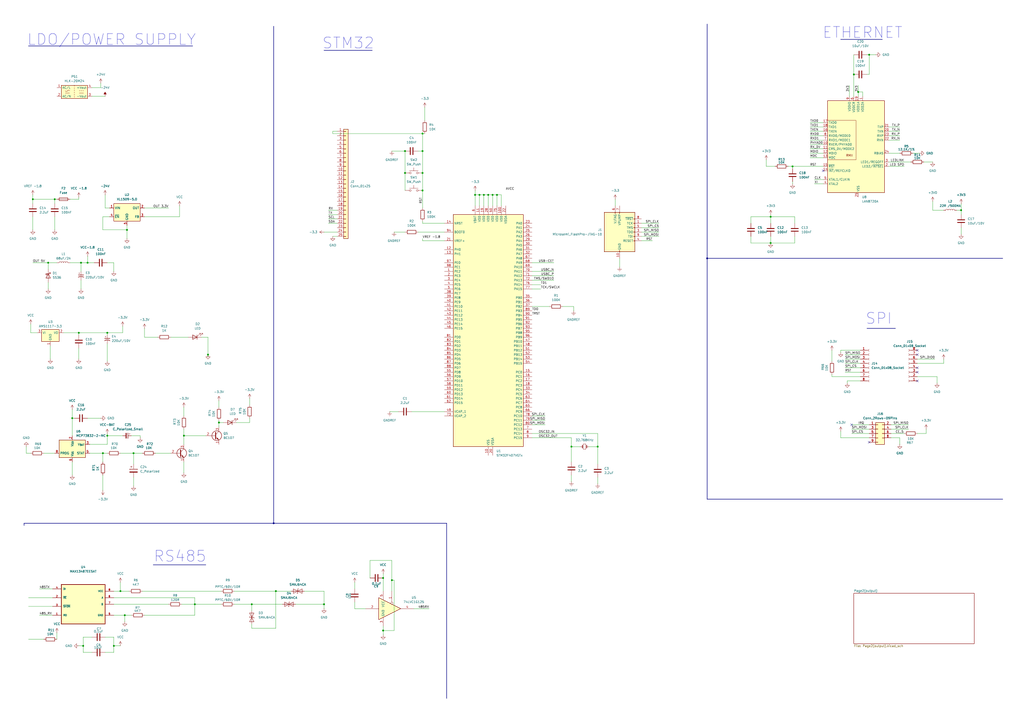
<source format=kicad_sch>
(kicad_sch (version 20250114) (generator "eeschema") (generator_version "9.0")
  (paper "A2")
  (text "SPI" (at 509.778 184.912 0) (effects (font (size 6.35 6.35))))
  (text "RS485" (at 104.394 322.834 0) (effects (font (size 6.35 6.35))))
  (text "STM32 \n" (at 204.47 25.146 0) (effects (font (size 6.35 6.35))))
  (text "ETHERNET\n" (at 500.38 19.05 0) (effects (font (size 6.35 6.35))))
  (text "LDO/POWER SUPPLY\n" (at 64.77 23.114 0) (effects (font (size 6.35 6.35))))
  (junction (at 447.04 140.97))
  (junction (at 245.11 87.63))
  (junction (at 127 245.11))
  (junction (at 160.02 342.9))
  (junction (at 275.59 113.03))
  (junction (at 187.96 350.52))
  (junction (at 285.75 113.03))
  (junction (at 158.75 303.53))
  (junction (at 46.99 152.4))
  (junction (at 557.53 121.92))
  (junction (at 45.72 193.04))
  (junction (at 504.19 31.75))
  (junction (at 77.47 262.89))
  (junction (at 495.3 43.18))
  (junction (at 59.69 262.89))
  (junction (at 245.11 110.49))
  (junction (at 41.91 242.57))
  (junction (at 283.21 113.03))
  (junction (at 222.25 365.76))
  (junction (at 146.05 350.52))
  (junction (at 331.47 259.08))
  (junction (at 66.04 374.65))
  (junction (at 113.03 350.52))
  (junction (at 31.75 115.57))
  (junction (at 410.21 149.86))
  (junction (at 346.71 259.08))
  (junction (at 459.74 96.52))
  (junction (at 120.65 205.74))
  (junction (at 72.39 356.87))
  (junction (at 234.95 87.63))
  (junction (at 62.23 252.73))
  (junction (at 50.8 152.4))
  (junction (at 222.25 335.28))
  (junction (at 19.05 115.57))
  (junction (at 69.85 342.9))
  (junction (at 234.95 100.33))
  (junction (at 227.33 336.55))
  (junction (at 280.67 113.03))
  (junction (at 288.29 113.03))
  (junction (at 447.04 125.73))
  (junction (at 106.68 252.73))
  (junction (at 245.11 77.47))
  (junction (at 73.66 133.35))
  (junction (at 27.94 152.4))
  (junction (at 62.23 193.04))
  (junction (at 278.13 113.03))
  (junction (at 497.84 53.34))
  (junction (at 48.26 374.65))
  (junction (at 245.11 100.33))
  (no_connect (at 494.03 246.38))
  (no_connect (at 532.13 220.98))
  (no_connect (at 504.19 256.54))
  (no_connect (at 532.13 205.74))
  (no_connect (at 477.52 99.06))
  (no_connect (at 532.13 203.2))
  (no_connect (at 532.13 213.36))
  (no_connect (at 532.13 215.9))
  (wire (pts (xy 537.21 248.92) (xy 537.21 251.46)))
  (wire (pts (xy 212.09 353.06) (xy 205.74 353.06)))
  (wire (pts (xy 83.82 125.73) (xy 104.14 125.73)))
  (wire (pts (xy 82.55 342.9) (xy 128.27 342.9)))
  (wire (pts (xy 104.14 119.38) (xy 104.14 125.73)))
  (wire (pts (xy 459.74 96.52) (xy 477.52 96.52)))
  (wire (pts (xy 469.9 76.2) (xy 477.52 76.2)))
  (wire (pts (xy 435.61 137.16) (xy 435.61 140.97)))
  (bus (pts (xy 410.21 289.56) (xy 581.66 289.56)))
  (wire (pts (xy 308.61 254) (xy 331.47 254)))
  (wire (pts (xy 176.53 342.9) (xy 187.96 342.9)))
  (wire (pts (xy 459.74 96.52) (xy 459.74 97.79)))
  (wire (pts (xy 190.5 129.54) (xy 195.58 129.54)))
  (wire (pts (xy 71.12 189.23) (xy 71.12 193.04)))
  (wire (pts (xy 447.04 125.73) (xy 461.01 125.73)))
  (wire (pts (xy 487.68 250.19) (xy 487.68 254)))
  (wire (pts (xy 515.62 76.2) (xy 521.97 76.2)))
  (wire (pts (xy 127 245.11) (xy 129.54 245.11)))
  (wire (pts (xy 459.74 105.41) (xy 459.74 106.68)))
  (wire (pts (xy 41.91 237.49) (xy 41.91 242.57)))
  (wire (pts (xy 31.75 125.73) (xy 31.75 133.35)))
  (wire (pts (xy 113.03 350.52) (xy 113.03 346.71)))
  (wire (pts (xy 490.22 210.82) (xy 499.11 210.82)))
  (wire (pts (xy 497.84 53.34) (xy 497.84 55.88)))
  (wire (pts (xy 62.23 193.04) (xy 71.12 193.04)))
  (wire (pts (xy 62.23 252.73) (xy 71.12 252.73)))
  (wire (pts (xy 472.44 106.68) (xy 477.52 106.68)))
  (wire (pts (xy 62.23 152.4) (xy 66.04 152.4)))
  (wire (pts (xy 195.58 76.2) (xy 193.04 76.2)))
  (wire (pts (xy 469.9 91.44) (xy 477.52 91.44)))
  (wire (pts (xy 17.78 262.89) (xy 15.24 262.89)))
  (wire (pts (xy 372.11 129.54) (xy 382.27 129.54)))
  (wire (pts (xy 60.96 378.46) (xy 66.04 378.46)))
  (wire (pts (xy 285.75 113.03) (xy 288.29 113.03)))
  (wire (pts (xy 240.03 353.06) (xy 248.92 353.06)))
  (wire (pts (xy 231.14 238.76) (xy 226.06 238.76)))
  (wire (pts (xy 308.61 243.84) (xy 316.23 243.84)))
  (wire (pts (xy 63.5 125.73) (xy 59.69 125.73)))
  (wire (pts (xy 290.83 113.03) (xy 290.83 119.38)))
  (wire (pts (xy 490.22 208.28) (xy 499.11 208.28)))
  (wire (pts (xy 245.11 138.43) (xy 245.11 139.7)))
  (wire (pts (xy 53.34 55.88) (xy 60.96 55.88)))
  (wire (pts (xy 547.37 208.28) (xy 547.37 210.82)))
  (wire (pts (xy 515.62 96.52) (xy 524.51 96.52)))
  (wire (pts (xy 444.5 92.71) (xy 444.5 96.52)))
  (wire (pts (xy 257.81 139.7) (xy 245.11 139.7)))
  (wire (pts (xy 502.92 31.75) (xy 504.19 31.75)))
  (wire (pts (xy 33.02 367.03) (xy 33.02 370.84)))
  (wire (pts (xy 58.42 50.8) (xy 58.42 48.26)))
  (wire (pts (xy 547.37 121.92) (xy 541.02 121.92)))
  (wire (pts (xy 187.96 350.52) (xy 187.96 353.06)))
  (wire (pts (xy 372.11 134.62) (xy 382.27 134.62)))
  (wire (pts (xy 469.9 88.9) (xy 477.52 88.9)))
  (wire (pts (xy 500.38 55.88) (xy 500.38 53.34)))
  (wire (pts (xy 515.62 81.28) (xy 521.97 81.28)))
  (wire (pts (xy 535.94 93.98) (xy 541.02 93.98)))
  (wire (pts (xy 341.63 259.08) (xy 346.71 259.08)))
  (wire (pts (xy 532.13 210.82) (xy 547.37 210.82)))
  (wire (pts (xy 234.95 87.63) (xy 234.95 100.33)))
  (wire (pts (xy 52.07 257.81) (xy 62.23 257.81)))
  (wire (pts (xy 308.61 167.64) (xy 313.69 167.64)))
  (wire (pts (xy 222.25 365.76) (xy 222.25 368.3)))
  (wire (pts (xy 554.99 121.92) (xy 557.53 121.92)))
  (wire (pts (xy 41.91 242.57) (xy 41.91 252.73)))
  (wire (pts (xy 59.69 262.89) (xy 62.23 262.89)))
  (wire (pts (xy 469.9 73.66) (xy 477.52 73.66)))
  (wire (pts (xy 59.69 125.73) (xy 59.69 133.35)))
  (wire (pts (xy 160.02 342.9) (xy 168.91 342.9)))
  (wire (pts (xy 66.04 369.57) (xy 60.96 369.57)))
  (wire (pts (xy 227.33 336.55) (xy 227.33 342.9)))
  (wire (pts (xy 500.38 53.34) (xy 497.84 53.34)))
  (wire (pts (xy 73.66 133.35) (xy 73.66 138.43)))
  (wire (pts (xy 48.26 378.46) (xy 48.26 374.65)))
  (wire (pts (xy 227.33 325.12) (xy 227.33 336.55)))
  (wire (pts (xy 22.86 341.63) (xy 30.48 341.63)))
  (wire (pts (xy 245.11 77.47) (xy 245.11 87.63)))
  (wire (pts (xy 66.04 350.52) (xy 97.79 350.52)))
  (wire (pts (xy 127 243.84) (xy 127 245.11)))
  (wire (pts (xy 280.67 113.03) (xy 280.67 119.38)))
  (wire (pts (xy 21.59 193.04) (xy 17.78 193.04)))
  (wire (pts (xy 308.61 157.48) (xy 321.31 157.48)))
  (wire (pts (xy 83.82 190.5) (xy 83.82 195.58)))
  (wire (pts (xy 495.3 43.18) (xy 495.3 55.88)))
  (wire (pts (xy 356.87 115.57) (xy 356.87 119.38)))
  (wire (pts (xy 447.04 124.46) (xy 447.04 125.73)))
  (wire (pts (xy 435.61 140.97) (xy 447.04 140.97)))
  (wire (pts (xy 288.29 113.03) (xy 288.29 119.38)))
  (wire (pts (xy 160.02 342.9) (xy 160.02 364.49)))
  (wire (pts (xy 469.9 78.74) (xy 477.52 78.74)))
  (wire (pts (xy 66.04 374.65) (xy 66.04 369.57)))
  (wire (pts (xy 146.05 364.49) (xy 160.02 364.49)))
  (wire (pts (xy 494.03 246.38) (xy 504.19 246.38)))
  (wire (pts (xy 532.13 208.28) (xy 542.29 208.28)))
  (wire (pts (xy 490.22 215.9) (xy 499.11 215.9)))
  (wire (pts (xy 532.13 218.44) (xy 543.56 218.44)))
  (wire (pts (xy 495.3 31.75) (xy 495.3 43.18)))
  (wire (pts (xy 69.85 262.89) (xy 77.47 262.89)))
  (wire (pts (xy 557.53 121.92) (xy 557.53 118.11)))
  (wire (pts (xy 331.47 259.08) (xy 331.47 267.97)))
  (wire (pts (xy 106.68 252.73) (xy 106.68 257.81)))
  (wire (pts (xy 66.04 346.71) (xy 113.03 346.71)))
  (wire (pts (xy 447.04 125.73) (xy 447.04 129.54)))
  (wire (pts (xy 40.64 152.4) (xy 46.99 152.4)))
  (wire (pts (xy 515.62 78.74) (xy 521.97 78.74)))
  (wire (pts (xy 113.03 356.87) (xy 113.03 350.52)))
  (wire (pts (xy 29.21 200.66) (xy 29.21 208.28)))
  (wire (pts (xy 193.04 137.16) (xy 195.58 137.16)))
  (wire (pts (xy 193.04 77.47) (xy 245.11 77.47)))
  (wire (pts (xy 27.94 152.4) (xy 33.02 152.4)))
  (wire (pts (xy 120.65 207.01) (xy 120.65 205.74)))
  (wire (pts (xy 245.11 129.54) (xy 245.11 128.27)))
  (wire (pts (xy 81.28 252.73) (xy 81.28 254)))
  (wire (pts (xy 63.5 120.65) (xy 60.96 120.65)))
  (wire (pts (xy 59.69 275.59) (xy 59.69 284.48)))
  (wire (pts (xy 19.05 152.4) (xy 27.94 152.4)))
  (wire (pts (xy 31.75 115.57) (xy 31.75 118.11)))
  (wire (pts (xy 372.11 137.16) (xy 382.27 137.16)))
  (wire (pts (xy 146.05 350.52) (xy 146.05 354.33)))
  (bus (pts (xy 13.97 303.53) (xy 13.97 304.8)))
  (wire (pts (xy 275.59 110.49) (xy 275.59 113.03)))
  (wire (pts (xy 469.9 71.12) (xy 477.52 71.12)))
  (wire (pts (xy 461.01 125.73) (xy 461.01 129.54)))
  (wire (pts (xy 50.8 148.59) (xy 50.8 152.4)))
  (wire (pts (xy 331.47 275.59) (xy 331.47 279.4)))
  (wire (pts (xy 66.04 342.9) (xy 69.85 342.9)))
  (wire (pts (xy 242.57 87.63) (xy 245.11 87.63)))
  (wire (pts (xy 120.65 195.58) (xy 120.65 205.74)))
  (wire (pts (xy 494.03 248.92) (xy 504.19 248.92)))
  (wire (pts (xy 144.78 234.95) (xy 144.78 231.14)))
  (wire (pts (xy 45.72 193.04) (xy 45.72 194.31)))
  (wire (pts (xy 45.72 193.04) (xy 62.23 193.04)))
  (wire (pts (xy 499.11 220.98) (xy 491.49 220.98)))
  (wire (pts (xy 222.25 335.28) (xy 222.25 342.9)))
  (wire (pts (xy 41.91 267.97) (xy 41.91 275.59)))
  (wire (pts (xy 308.61 165.1) (xy 313.69 165.1)))
  (wire (pts (xy 461.01 140.97) (xy 461.01 137.16)))
  (wire (pts (xy 19.05 125.73) (xy 19.05 133.35)))
  (wire (pts (xy 245.11 110.49) (xy 245.11 100.33)))
  (wire (pts (xy 435.61 129.54) (xy 435.61 125.73)))
  (bus (pts (xy 410.21 149.86) (xy 410.21 289.56)))
  (wire (pts (xy 83.82 120.65) (xy 97.79 120.65)))
  (wire (pts (xy 326.39 177.8) (xy 332.74 177.8)))
  (wire (pts (xy 105.41 350.52) (xy 113.03 350.52)))
  (wire (pts (xy 331.47 259.08) (xy 336.55 259.08)))
  (wire (pts (xy 116.84 195.58) (xy 120.65 195.58)))
  (wire (pts (xy 227.33 336.55) (xy 228.6 336.55)))
  (wire (pts (xy 482.6 217.17) (xy 482.6 218.44)))
  (wire (pts (xy 72.39 356.87) (xy 76.2 356.87)))
  (wire (pts (xy 504.19 43.18) (xy 504.19 31.75)))
  (wire (pts (xy 59.69 133.35) (xy 73.66 133.35)))
  (wire (pts (xy 515.62 93.98) (xy 528.32 93.98)))
  (wire (pts (xy 435.61 125.73) (xy 447.04 125.73)))
  (wire (pts (xy 245.11 87.63) (xy 245.11 100.33)))
  (wire (pts (xy 557.53 121.92) (xy 557.53 124.46)))
  (wire (pts (xy 73.66 130.81) (xy 73.66 133.35)))
  (wire (pts (xy 66.04 152.4) (xy 66.04 157.48)))
  (wire (pts (xy 66.04 374.65) (xy 69.85 374.65)))
  (wire (pts (xy 516.89 248.92) (xy 527.05 248.92)))
  (wire (pts (xy 332.74 177.8) (xy 332.74 180.34)))
  (wire (pts (xy 187.96 134.62) (xy 195.58 134.62)))
  (wire (pts (xy 50.8 242.57) (xy 58.42 242.57)))
  (wire (pts (xy 30.48 346.71) (xy 16.51 346.71)))
  (wire (pts (xy 494.03 251.46) (xy 504.19 251.46)))
  (bus (pts (xy 158.75 303.53) (xy 259.08 303.53)))
  (wire (pts (xy 469.9 86.36) (xy 477.52 86.36)))
  (wire (pts (xy 53.34 369.57) (xy 48.26 369.57)))
  (wire (pts (xy 283.21 113.03) (xy 285.75 113.03)))
  (wire (pts (xy 487.68 203.2) (xy 487.68 204.47)))
  (wire (pts (xy 17.78 187.96) (xy 17.78 193.04)))
  (wire (pts (xy 76.2 252.73) (xy 81.28 252.73)))
  (wire (pts (xy 372.11 132.08) (xy 382.27 132.08)))
  (wire (pts (xy 77.47 262.89) (xy 82.55 262.89)))
  (wire (pts (xy 482.6 203.2) (xy 482.6 209.55)))
  (wire (pts (xy 346.71 259.08) (xy 346.71 269.24)))
  (wire (pts (xy 529.59 88.9) (xy 533.4 88.9)))
  (wire (pts (xy 127 245.11) (xy 127 247.65)))
  (wire (pts (xy 228.6 134.62) (xy 234.95 134.62)))
  (wire (pts (xy 447.04 140.97) (xy 461.01 140.97)))
  (wire (pts (xy 516.89 246.38) (xy 527.05 246.38)))
  (wire (pts (xy 106.68 267.97) (xy 106.68 274.32)))
  (wire (pts (xy 227.33 87.63) (xy 234.95 87.63)))
  (wire (pts (xy 83.82 195.58) (xy 91.44 195.58)))
  (wire (pts (xy 66.04 378.46) (xy 66.04 374.65)))
  (wire (pts (xy 490.22 213.36) (xy 499.11 213.36)))
  (wire (pts (xy 45.72 114.3) (xy 45.72 115.57)))
  (wire (pts (xy 280.67 113.03) (xy 283.21 113.03)))
  (wire (pts (xy 127 232.41) (xy 127 236.22)))
  (wire (pts (xy 502.92 43.18) (xy 504.19 43.18)))
  (wire (pts (xy 90.17 262.89) (xy 99.06 262.89)))
  (wire (pts (xy 113.03 350.52) (xy 128.27 350.52)))
  (wire (pts (xy 557.53 132.08) (xy 557.53 135.89)))
  (wire (pts (xy 48.26 374.65) (xy 48.26 369.57)))
  (wire (pts (xy 288.29 113.03) (xy 290.83 113.03)))
  (wire (pts (xy 45.72 201.93) (xy 45.72 208.28)))
  (wire (pts (xy 543.56 218.44) (xy 543.56 222.25)))
  (wire (pts (xy 106.68 252.73) (xy 119.38 252.73)))
  (wire (pts (xy 285.75 113.03) (xy 285.75 119.38)))
  (wire (pts (xy 46.99 152.4) (xy 46.99 157.48)))
  (wire (pts (xy 346.71 276.86) (xy 346.71 280.67)))
  (wire (pts (xy 135.89 350.52) (xy 146.05 350.52)))
  (wire (pts (xy 190.5 121.92) (xy 195.58 121.92)))
  (wire (pts (xy 25.4 262.89) (xy 31.75 262.89)))
  (wire (pts (xy 171.45 350.52) (xy 187.96 350.52)))
  (wire (pts (xy 228.6 365.76) (xy 222.25 365.76)))
  (wire (pts (xy 214.63 325.12) (xy 227.33 325.12)))
  (wire (pts (xy 146.05 350.52) (xy 163.83 350.52)))
  (wire (pts (xy 504.19 31.75) (xy 508 31.75)))
  (wire (pts (xy 135.89 342.9) (xy 160.02 342.9)))
  (wire (pts (xy 278.13 113.03) (xy 280.67 113.03)))
  (wire (pts (xy 53.34 378.46) (xy 48.26 378.46)))
  (bus (pts (xy 16.51 26.67) (xy 111.76 26.67)))
  (wire (pts (xy 77.47 276.86) (xy 77.47 281.94)))
  (wire (pts (xy 308.61 246.38) (xy 316.23 246.38)))
  (wire (pts (xy 246.38 62.23) (xy 246.38 69.85)))
  (wire (pts (xy 22.86 356.87) (xy 30.48 356.87)))
  (wire (pts (xy 16.51 370.84) (xy 25.4 370.84)))
  (wire (pts (xy 62.23 193.04) (xy 62.23 194.31)))
  (wire (pts (xy 144.78 242.57) (xy 144.78 245.11)))
  (wire (pts (xy 331.47 254) (xy 331.47 259.08)))
  (bus (pts (xy 410.21 149.86) (xy 581.66 149.86)))
  (wire (pts (xy 234.95 100.33) (xy 234.95 110.49)))
  (wire (pts (xy 40.64 115.57) (xy 45.72 115.57)))
  (wire (pts (xy 257.81 129.54) (xy 245.11 129.54)))
  (wire (pts (xy 60.96 113.03) (xy 60.96 120.65)))
  (wire (pts (xy 308.61 152.4) (xy 321.31 152.4)))
  (wire (pts (xy 275.59 113.03) (xy 275.59 119.38)))
  (wire (pts (xy 205.74 337.82) (xy 205.74 341.63)))
  (bus (pts (xy 13.97 303.53) (xy 158.75 303.53)))
  (wire (pts (xy 238.76 238.76) (xy 257.81 238.76)))
  (wire (pts (xy 36.83 193.04) (xy 45.72 193.04)))
  (wire (pts (xy 516.89 251.46) (xy 524.51 251.46)))
  (wire (pts (xy 31.75 115.57) (xy 33.02 115.57)))
  (wire (pts (xy 515.62 88.9) (xy 521.97 88.9)))
  (wire (pts (xy 242.57 134.62) (xy 257.81 134.62)))
  (wire (pts (xy 521.97 254) (xy 521.97 257.81)))
  (wire (pts (xy 137.16 245.11) (xy 144.78 245.11)))
  (wire (pts (xy 59.69 262.89) (xy 59.69 267.97)))
  (wire (pts (xy 359.41 149.86) (xy 359.41 154.94)))
  (wire (pts (xy 346.71 251.46) (xy 346.71 259.08)))
  (wire (pts (xy 308.61 251.46) (xy 346.71 251.46)))
  (wire (pts (xy 499.11 203.2) (xy 487.68 203.2)))
  (wire (pts (xy 472.44 104.14) (xy 477.52 104.14)))
  (wire (pts (xy 106.68 236.22) (xy 106.68 241.3)))
  (wire (pts (xy 308.61 160.02) (xy 321.31 160.02)))
  (bus (pts (xy 187.96 29.21) (xy 215.9 29.21)))
  (wire (pts (xy 19.05 115.57) (xy 19.05 118.11)))
  (wire (pts (xy 69.85 337.82) (xy 69.85 342.9)))
  (wire (pts (xy 41.91 242.57) (xy 43.18 242.57)))
  (wire (pts (xy 447.04 137.16) (xy 447.04 140.97)))
  (wire (pts (xy 66.04 356.87) (xy 72.39 356.87)))
  (wire (pts (xy 15.24 259.08) (xy 15.24 262.89)))
  (wire (pts (xy 50.8 152.4) (xy 54.61 152.4)))
  (wire (pts (xy 205.74 353.06) (xy 205.74 349.25)))
  (wire (pts (xy 222.25 363.22) (xy 222.25 365.76)))
  (wire (pts (xy 499.11 218.44) (xy 482.6 218.44)))
  (wire (pts (xy 214.63 325.12) (xy 214.63 335.28)))
  (wire (pts (xy 490.22 205.74) (xy 499.11 205.74)))
  (wire (pts (xy 19.05 113.03) (xy 19.05 115.57)))
  (wire (pts (xy 457.2 96.52) (xy 459.74 96.52)))
  (wire (pts (xy 308.61 241.3) (xy 316.23 241.3)))
  (wire (pts (xy 278.13 113.03) (xy 278.13 119.38)))
  (wire (pts (xy 193.04 76.2) (xy 193.04 77.47)))
  (wire (pts (xy 62.23 252.73) (xy 62.23 251.46)))
  (wire (pts (xy 62.23 257.81) (xy 62.23 252.73)))
  (wire (pts (xy 27.94 152.4) (xy 27.94 156.21)))
  (wire (pts (xy 190.5 127) (xy 195.58 127)))
  (wire (pts (xy 222.25 332.74) (xy 222.25 335.28)))
  (wire (pts (xy 83.82 356.87) (xy 113.03 356.87)))
  (wire (pts (xy 245.11 120.65) (xy 245.11 110.49)))
  (wire (pts (xy 504.19 254) (xy 487.68 254)))
  (bus (pts (xy 88.9 327.66) (xy 119.38 327.66)))
  (wire (pts (xy 541.02 121.92) (xy 541.02 116.84)))
  (wire (pts (xy 106.68 248.92) (xy 106.68 252.73)))
  (wire (pts (xy 275.59 113.03) (xy 278.13 113.03)))
  (wire (pts (xy 72.39 356.87) (xy 72.39 360.68)))
  (wire (pts (xy 16.51 351.79) (xy 30.48 351.79)))
  (wire (pts (xy 62.23 199.39) (xy 62.23 209.55)))
  (bus (pts (xy 502.92 190.5) (xy 519.43 190.5)))
  (bus (pts (xy 259.08 303.53) (xy 259.08 405.13)))
  (bus (pts (xy 410.21 13.97) (xy 410.21 149.86)))
  (wire (pts (xy 308.61 177.8) (xy 318.77 177.8)))
  (bus (pts (xy 158.75 15.24) (xy 158.75 303.53)))
  (wire (pts (xy 469.9 81.28) (xy 477.52 81.28)))
  (wire (pts (xy 497.84 49.53) (xy 497.84 53.34)))
  (wire (pts (xy 372.11 139.7) (xy 378.46 139.7)))
  (wire (pts (xy 532.13 251.46) (xy 537.21 251.46)))
  (wire (pts (xy 45.72 374.65) (xy 48.26 374.65)))
  (wire (pts (xy 52.07 262.89) (xy 59.69 262.89)))
  (wire (pts (xy 283.21 113.03) (xy 283.21 119.38)))
  (wire (pts (xy 19.05 115.57) (xy 31.75 115.57)))
  (wire (pts (xy 187.96 342.9) (xy 187.96 350.52)))
  (wire (pts (xy 515.62 73.66) (xy 521.97 73.66)))
  (wire (pts (xy 245.11 77.47) (xy 246.38 77.47)))
  (wire (pts (xy 46.99 152.4) (xy 50.8 152.4)))
  (wire (pts (xy 491.49 220.98) (xy 491.49 222.25)))
  (wire (pts (xy 228.6 336.55) (xy 228.6 365.76)))
  (wire (pts (xy 146.05 361.95) (xy 146.05 364.49)))
  (bus (pts (xy 487.68 22.86) (xy 511.81 22.86)))
  (wire (pts (xy 99.06 195.58) (xy 109.22 195.58)))
  (wire (pts (xy 46.99 162.56) (xy 46.99 167.64)))
  (wire (pts (xy 516.89 254) (xy 521.97 254)))
  (wire (pts (xy 77.47 262.89) (xy 77.47 269.24)))
  (wire (pts (xy 53.34 50.8) (xy 58.42 50.8)))
  (wire (pts (xy 27.94 163.83) (xy 27.94 167.64)))
  (wire (pts (xy 469.9 83.82) (xy 477.52 83.82)))
  (wire (pts (xy 308.61 162.56) (xy 321.31 162.56)))
  (wire (pts (xy 69.85 342.9) (xy 74.93 342.9)))
  (wire (pts (xy 492.76 49.53) (xy 492.76 55.88)))
  (wire (pts (xy 190.5 124.46) (xy 195.58 124.46)))
  (wire (pts (xy 444.5 96.52) (xy 449.58 96.52)))
  (label "TXEN" (at 469.9 76.2 0))
  (label "XI" (at 472.44 106.68 0))
  (label "VREF -1.8" (at 245.11 138.43 0))
  (label "RST" (at 469.9 96.52 0))
  (label "LEDLINK" (at 524.51 93.98 180))
  (label "USB-CET" (at 321.31 152.4 180))
  (label "SCL" (at 190.5 127 0))
  (label "CLK" (at 472.44 104.14 0))
  (label "IRQ" (at 497.84 246.38 0))
  (label "MDC" (at 469.9 91.44 0))
  (label "RXD0" (at 469.9 78.74 0))
  (label "3V3" (at 497.84 49.53 270))
  (label "SPI_CLK" (at 382.27 129.54 180))
  (label "3V3" (at 492.76 49.53 270))
  (label "RXD1" (at 469.9 81.28 0))
  (label "RX" (at 190.5 121.92 0))
  (label "TRST" (at 308.61 182.88 0))
  (label "TDO" (at 308.61 180.34 0))
  (label "RST" (at 490.22 215.9 0))
  (label "RX_DV" (at 469.9 86.36 0))
  (label "TCK{slash}SWCLK" (at 313.69 167.64 0))
  (label "LED SPD" (at 524.51 96.52 180))
  (label "SPI_MISO" (at 316.23 243.84 180))
  (label "SPI_CS" (at 490.22 213.36 0))
  (label "SPI_CLK" (at 490.22 210.82 0))
  (label "SPI_MISO" (at 490.22 205.74 0))
  (label "USBC_N" (at 321.31 157.48 180))
  (label "SPI_MOSI" (at 494.03 248.92 0))
  (label "SPI_CS" (at 382.27 132.08 180))
  (label "SPI_MOSI" (at 382.27 137.16 180))
  (label "SPI_MOSI" (at 490.22 208.28 0))
  (label "SPI_DIO0" (at 542.29 208.28 180))
  (label "TX_N" (at 521.97 76.2 180))
  (label "SPI_CS" (at 494.03 251.46 0))
  (label "TXD1" (at 469.9 73.66 0))
  (label "TMS{slash}SWD1O" (at 321.31 162.56 180))
  (label "SPI_MOSI" (at 316.23 246.38 180))
  (label "OSC32_OUT" (at 312.42 254 0))
  (label "USBC_P" (at 321.31 160.02 180))
  (label "SPI_MISO" (at 382.27 134.62 180))
  (label "RX_N" (at 521.97 81.28 180))
  (label "TD1" (at 313.69 165.1 0))
  (label "SPI_CLK" (at 316.23 241.3 180))
  (label "OSC32_IN" (at 312.42 251.46 0))
  (label "AVCC" (at 293.37 110.49 0))
  (label "MDIO" (at 469.9 88.9 0))
  (label "SDA" (at 190.5 129.54 0))
  (label "TX_P" (at 521.97 73.66 180))
  (label "SPI_CLK" (at 527.05 248.92 180))
  (label "OUT 5V" (at 19.05 152.4 0))
  (label "TXD0" (at 469.9 71.12 0))
  (label "CE_S" (at 519.43 251.46 0))
  (label "485TX" (at 22.86 341.63 0))
  (label "485RX" (at 248.92 353.06 180))
  (label "RST" (at 245.11 118.11 90))
  (label "PHYAD0" (at 469.9 83.82 0))
  (label "RX_P" (at 521.97 78.74 180))
  (label "RST" (at 378.46 139.7 180))
  (label "TX" (at 190.5 124.46 0))
  (label "OUT 3.3V" (at 97.79 120.65 180))
  (label "SPI_MISO" (at 527.05 246.38 180))
  (label "485_RX" (at 22.86 356.87 0))
  (symbol (lib_id "Device:R") (at 106.68 245.11 180) (unit 1)
    (property "Reference" "R73" (at 101.346 244.602 90))
    (property "Value" "10K" (at 103.632 245.11 90))
    (property "Footprint" "Resistor_SMD:R_0201_0603Metric" (effects (hide yes)))
    (property "Description" "Resistor" (effects (hide yes)))
  )
  (symbol (lib_id "Device:C") (at 45.72 198.12 180) (unit 1)
    (property "Reference" "C10" (at 49.53 196.8499 0) (effects (justify right)))
    (property "Value" "100nF" (at 49.53 199.3899 0) (effects (justify right)))
    (property "Footprint" "Capacitor_Tantalum_SMD:CP_EIA-3216-18_Kemet-A" (effects (hide yes)))
    (property "Description" "Unpolarized capacitor" (effects (hide yes)))
  )
  (symbol (lib_id "power:+3.3V") (at 62.23 251.46 0) (unit 1)
    (property "Reference" "#PWR061" (effects (hide yes)))
    (property "Value" "VCC-BAT" (at 62.23 246.38 0))
    (property "Description" "Power symbol creates a global label with name \"+3.3V\"" (effects (hide yes)))
  )
  (symbol (lib_id "Device:C") (at 346.71 273.05 180) (unit 1)
    (property "Reference" "C3" (at 350.52 271.7799 0) (effects (justify right)))
    (property "Value" "2.2uF" (at 350.52 274.3199 0) (effects (justify right)))
    (property "Footprint" "Capacitor_SMD:C_0805_2012Metric" (effects (hide yes)))
    (property "Description" "Unpolarized capacitor" (effects (hide yes)))
  )
  (symbol (lib_id "Connector_Generic:Conn_2Rows-09Pins") (at 509.27 251.46 0) (unit 1)
    (property "Reference" "J16" (at 510.54 240.03 0))
    (property "Value" "Conn_2Rows-09Pins" (at 510.54 242.57 0))
    (property "Footprint" "Module:Flipper_Zero_Straight" (effects (hide yes)))
    (property "Description" "Generic connector, double row, 09 pins, odd/even pin numbering scheme (row 1 odd numbers, row 2 even numbers), script generated (kicad-library-utils/schlib/autogen/connector/)" (effects (hide yes)))
  )
  (symbol (lib_id "Device:C") (at 331.47 271.78 180) (unit 1)
    (property "Reference" "C2" (at 335.28 270.5099 0) (effects (justify right)))
    (property "Value" "2.2uF" (at 335.28 273.0499 0) (effects (justify right)))
    (property "Footprint" "Capacitor_SMD:C_0805_2012Metric" (effects (hide yes)))
    (property "Description" "Unpolarized capacitor" (effects (hide yes)))
  )
  (symbol (lib_id "power:VDD") (at 246.38 62.23 0) (unit 1)
    (property "Reference" "#PWR09" (effects (hide yes)))
    (property "Value" "-3.3" (at 246.38 57.15 0))
    (property "Description" "Power symbol creates a global label with name \"VDD\"" (effects (hide yes)))
  )
  (symbol (lib_id "Connector:Conn_01x08_Socket") (at 527.05 213.36 180) (unit 1)
    (property "Reference" "J15" (at 527.685 198.12 0))
    (property "Value" "Conn_01x08_Socket" (at 527.685 200.66 0))
    (property "Footprint" "Module:Flipper_Zero_Angled" (effects (hide yes)))
    (property "Description" "Generic connector, single row, 01x08, script generated" (effects (hide yes)))
  )
  (symbol (lib_id "power:-24V") (at 60.96 55.88 0) (unit 1)
    (property "Reference" "#PWR017" (effects (hide yes)))
    (property "Value" "-24V" (at 60.96 50.8 0))
    (property "Description" "Power symbol creates a global label with name \"-24V\"" (effects (hide yes)))
  )
  (symbol (lib_id "power:GND") (at 31.75 133.35 0) (unit 1)
    (property "Reference" "#PWR049" (effects (hide yes)))
    (property "Value" "GND" (at 31.75 138.43 0))
    (property "Description" "Power symbol creates a global label with name \"GND\" , ground" (effects (hide yes)))
  )
  (symbol (lib_id "Diode:SMAJ64CA") (at 167.64 350.52 180) (unit 1)
    (property "Reference" "D4" (at 167.64 344.17 0))
    (property "Value" "SMAJ64CA" (at 167.64 346.71 0))
    (property "Footprint" "Diode_SMD:D_SMA" (effects (hide yes)))
    (property "Datasheet" "https://www.littelfuse.com/media?resourcetype=datasheets&itemid=75e32973-b177-4ee3-a0ff-cedaf1abdb93&filename=smaj-datasheet" (effects (hide yes)))
    (property "Description" "400W bidirectional Transient Voltage Suppressor, 64.0Vr, SMA(DO-214AC)" (effects (hide yes)))
  )
  (symbol (lib_id "power:GND") (at 15.24 259.08 180) (unit 1)
    (property "Reference" "#PWR053" (effects (hide yes)))
    (property "Value" "GND" (at 15.24 254 0))
    (property "Description" "Power symbol creates a global label with name \"GND\" , ground" (effects (hide yes)))
  )
  (symbol (lib_id "MCU_ST_STM32F4:STM32F407VGTx") (at 283.21 193.04 0) (unit 1)
    (property "Reference" "U1" (at 287.8933 261.62 0) (effects (justify left)))
    (property "Value" "STM32F407VGTx" (at 287.8933 264.16 0) (effects (justify left)))
    (property "Footprint" "Package_QFP:LQFP-100_14x14mm_P0.5mm" (effects (hide yes)))
    (property "Datasheet" "https://www.st.com/resource/en/datasheet/stm32f407vg.pdf" (effects (hide yes)))
    (property "Description" "STMicroelectronics Arm Cortex-M4 MCU, 1024KB flash, 192KB RAM, 168 MHz, 1.8-3.6V, 82 GPIO, LQFP100" (effects (hide yes)))
  )
  (symbol (lib_id "Device:R") (at 238.76 134.62 90) (unit 1)
    (property "Reference" "R2" (at 238.76 128.27 90))
    (property "Value" "100K" (at 238.76 130.81 90))
    (property "Description" "Resistor" (effects (hide yes)))
  )
  (symbol (lib_id "power:GND") (at 62.23 209.55 0) (unit 1)
    (property "Reference" "#PWR024" (effects (hide yes)))
    (property "Value" "GND" (at 62.23 214.63 0))
    (property "Description" "Power symbol creates a global label with name \"GND\" , ground" (effects (hide yes)))
  )
  (symbol (lib_id "power:GND") (at 41.91 275.59 0) (unit 1)
    (property "Reference" "#PWR057" (effects (hide yes)))
    (property "Value" "GND" (at 41.91 280.67 0))
    (property "Description" "Power symbol creates a global label with name \"GND\" , ground" (effects (hide yes)))
  )
  (symbol (lib_id "Device:R") (at 66.04 262.89 90) (unit 1)
    (property "Reference" "R70" (at 66.548 257.556 90))
    (property "Value" "10K" (at 66.04 259.842 90))
    (property "Footprint" "Resistor_SMD:R_0201_0603Metric" (effects (hide yes)))
    (property "Description" "Resistor" (effects (hide yes)))
  )
  (symbol (lib_id "Regulator_Switching:XL1509-5.0") (at 73.66 123.19 0) (unit 1)
    (property "Reference" "U2" (at 73.66 113.03 0))
    (property "Value" "XL1509-5.0" (at 73.66 115.57 0))
    (property "Footprint" "Package_SO:SOIC-8_3.9x4.9mm_P1.27mm" (effects (hide yes)))
    (property "Datasheet" "https://datasheet.lcsc.com/lcsc/1809050422_XLSEMI-XL1509-5-0E1_C61063.pdf" (effects (hide yes)))
    (property "Description" "Buck DC/DC Converter, 2A, 5V Output Voltage, 7-40V Input Voltage" (effects (hide yes)))
  )
  (symbol (lib_id "Device:R") (at 322.58 177.8 90) (unit 1)
    (property "Reference" "R1" (at 322.58 171.45 90))
    (property "Value" "100K" (at 322.58 173.99 90))
    (property "Description" "Resistor" (effects (hide yes)))
  )
  (symbol (lib_id "power:+3.3V") (at 144.78 231.14 0) (unit 1)
    (property "Reference" "#PWR056" (effects (hide yes)))
    (property "Value" "-3.3V" (at 144.78 226.06 0))
    (property "Description" "Power symbol creates a global label with name \"+3.3V\"" (effects (hide yes)))
  )
  (symbol (lib_id "power:GND") (at 73.66 138.43 0) (unit 1)
    (property "Reference" "#PWR020" (effects (hide yes)))
    (property "Value" "GND" (at 73.66 143.51 0))
    (property "Description" "Power symbol creates a global label with name \"GND\" , ground" (effects (hide yes)))
  )
  (symbol (lib_id "power:GNDREF") (at 226.06 238.76 0) (unit 1)
    (property "Reference" "#PWR06" (effects (hide yes)))
    (property "Value" "GNDREF" (at 226.06 243.84 0))
    (property "Description" "Power symbol creates a global label with name \"GNDREF\" , reference supply ground" (effects (hide yes)))
  )
  (symbol (lib_id "power:GND") (at 487.68 204.47 0) (unit 1)
    (property "Reference" "#PWR0122" (effects (hide yes)))
    (property "Value" "GND" (at 487.68 209.55 0))
    (property "Description" "Power symbol creates a global label with name \"GND\" , ground" (effects (hide yes)))
  )
  (symbol (lib_id "Device:R") (at 482.6 213.36 180) (unit 1)
    (property "Reference" "R66" (at 477.266 212.852 90))
    (property "Value" "10K" (at 479.552 213.36 90))
    (property "Footprint" "Resistor_SMD:R_0201_0603Metric" (effects (hide yes)))
    (property "Description" "Resistor" (effects (hide yes)))
  )
  (symbol (lib_id "Device:C") (at 234.95 238.76 90) (unit 1)
    (property "Reference" "C1" (at 234.95 231.14 90))
    (property "Value" "2.2uF" (at 234.95 233.68 90))
    (property "Footprint" "Capacitor_SMD:C_0805_2012Metric" (effects (hide yes)))
    (property "Description" "Unpolarized capacitor" (effects (hide yes)))
  )
  (symbol (lib_id "power:VCC") (at 222.25 332.74 0) (unit 1)
    (property "Reference" "#PWR034" (effects (hide yes)))
    (property "Value" "VCC" (at 222.25 327.66 0))
    (property "Description" "Power symbol creates a global label with name \"VCC\"" (effects (hide yes)))
  )
  (symbol (lib_id "power:GND") (at 81.28 254 0) (unit 1)
    (property "Reference" "#PWR062" (effects (hide yes)))
    (property "Value" "GND" (at 81.28 259.08 0))
    (property "Description" "Power symbol creates a global label with name \"GND\" , ground" (effects (hide yes)))
  )
  (symbol (lib_id "Device:C") (at 499.11 43.18 270) (unit 1)
    (property "Reference" "C19" (at 499.11 35.56 90))
    (property "Value" "100nF" (at 499.11 38.1 90))
    (property "Footprint" "Capacitor_SMD:C_0805_2012Metric" (effects (hide yes)))
    (property "Description" "Unpolarized capacitor" (effects (hide yes)))
  )
  (symbol (lib_id "power:+3.3V") (at 482.6 203.2 0) (unit 1)
    (property "Reference" "#PWR0126" (effects (hide yes)))
    (property "Value" "+3.3V" (at 482.6 198.12 0))
    (property "Description" "Power symbol creates a global label with name \"+3.3V\"" (effects (hide yes)))
  )
  (symbol (lib_id "Transistor_BJT:BC107") (at 124.46 252.73 0) (unit 1)
    (property "Reference" "Q5" (at 129.54 251.4599 0) (effects (justify left)))
    (property "Value" "BC107" (at 129.54 253.9999 0) (effects (justify left)))
    (property "Footprint" "Package_TO_SOT_THT:TO-18-3" (effects (hide yes)))
    (property "Datasheet" "http://www.b-kainka.de/Daten/Transistor/BC108.pdf" (effects (hide yes)))
    (property "Description" "0.1A Ic, 50V Vce, Low Noise General Purpose NPN Transistor, TO-18" (effects (hide yes)))
  )
  (symbol (lib_id "MAX13487EESAT:MAX13487EESAT") (at 48.26 354.33 0) (unit 1)
    (property "Reference" "U4" (at 48.26 328.93 0))
    (property "Value" "MAX13487EESAT" (at 48.26 331.47 0))
    (property "Footprint" "MAX13487EESAT:SOIC127P600X175-8N" (effects (hide yes)))
    (property "MF" "Analog Devices" (effects (hide yes)))
    (property "Description_1" "Half-Duplex RS-485/RS-422-Compatible Transceiver with AutoDirection Control" (effects (hide yes)))
    (property "Package" "SOIC-8 Maxim" (effects (hide yes)))
    (property "Price" "None" (effects (hide yes)))
    (property "SnapEDA_Link" "https://www.snapeda.com/parts/MAX13487EESA+T/Analog+Devices/view-part/?ref=snap" (effects (hide yes)))
    (property "MP" "MAX13487EESA+T" (effects (hide yes)))
    (property "Availability" "In Stock" (effects (hide yes)))
    (property "Check_prices" "https://www.snapeda.com/parts/MAX13487EESA+T/Analog+Devices/view-part/?ref=eda" (effects (hide yes)))
  )
  (symbol (lib_id "Device:C") (at 459.74 101.6 180) (unit 1)
    (property "Reference" "C18" (at 463.55 100.3299 0) (effects (justify right)))
    (property "Value" "100nF" (at 463.55 102.8699 0) (effects (justify right)))
    (property "Footprint" "Capacitor_SMD:C_0805_2012Metric" (effects (hide yes)))
    (property "Description" "Unpolarized capacitor" (effects (hide yes)))
  )
  (symbol (lib_id "power:+3.3V") (at 487.68 250.19 0) (unit 1)
    (property "Reference" "#PWR0128" (effects (hide yes)))
    (property "Value" "+3.3V" (at 487.68 245.11 0))
    (property "Description" "Power symbol creates a global label with name \"+3.3V\"" (effects (hide yes)))
  )
  (symbol (lib_id "power:VCC") (at 41.91 237.49 0) (unit 1)
    (property "Reference" "#PWR052" (effects (hide yes)))
    (property "Value" "VCC" (at 41.91 232.41 0))
    (property "Description" "Power symbol creates a global label with name \"VCC\"" (effects (hide yes)))
  )
  (symbol (lib_id "Device:C_Polarized") (at 77.47 273.05 0) (unit 1)
    (property "Reference" "C24" (at 81.28 270.8909 0) (effects (justify left)))
    (property "Value" "C_Polarized" (at 81.28 273.4309 0) (effects (justify left)))
    (property "Description" "Polarized capacitor" (effects (hide yes)))
  )
  (symbol (lib_id "Battery_Management:MCP73832-2-MC") (at 41.91 260.35 0) (unit 1)
    (property "Reference" "U6" (at 44.0533 250.19 0) (effects (justify left)))
    (property "Value" "MCP73832-2-MC" (at 44.0533 252.73 0) (effects (justify left)))
    (property "Footprint" "Package_DFN_QFN:DFN-8-1EP_3x2mm_P0.5mm_EP1.7x1.4mm" (effects (hide yes)))
    (property "Datasheet" "http://ww1.microchip.com/downloads/en/DeviceDoc/20001984g.pdf" (effects (hide yes)))
    (property "Description" "Single cell, Li-Ion/Li-Po charge management controller, 4.20V, Open-Drain Status Output, in DFN-8 package" (effects (hide yes)))
  )
  (symbol (lib_id "Diode:1N6857") (at 27.94 160.02 270) (unit 1)
    (property "Reference" "D1" (at 30.48 158.4324 90) (effects (justify left)))
    (property "Value" "SS36" (at 30.48 160.9724 90) (effects (justify left)))
    (property "Footprint" "Diode_THT:D_DO-35_SOD27_P7.62mm_Horizontal" (effects (hide yes)))
    (property "Datasheet" "https://www.microsemi.com/document-portal/doc_download/8865-lds-0040-datasheet" (effects (hide yes)))
    (property "Description" "20V 150mA Schottky diode, DO-35" (effects (hide yes)))
  )
  (symbol (lib_id "Interface_Ethernet:LAN8720A") (at 497.84 86.36 0) (unit 1)
    (property "Reference" "U8" (at 499.9833 114.3 0) (effects (justify left)))
    (property "Value" "LAN8720A" (at 499.9833 116.84 0) (effects (justify left)))
    (property "Footprint" "Package_DFN_QFN:VQFN-24-1EP_4x4mm_P0.5mm_EP2.5x2.5mm_ThermalVias" (effects (hide yes)))
    (property "Datasheet" "http://ww1.microchip.com/downloads/en/DeviceDoc/8720a.pdf" (effects (hide yes)))
    (property "Description" "LAN8720 Ethernet PHY with RMII interface, QFN-24" (effects (hide yes)))
  )
  (symbol (lib_id "Converter_ACDC:HLK-20M24") (at 43.18 53.34 0) (unit 1)
    (property "Reference" "PS1" (at 43.18 44.45 0))
    (property "Value" "HLK-20M24" (at 43.18 46.99 0))
    (property "Footprint" "Converter_ACDC:Converter_ACDC_Hi-Link_HLK-20Mxx" (effects (hide yes)))
    (property "Datasheet" "https://h.hlktech.com/download/ACDC%E7%94%B5%E6%BA%90%E6%A8%A1%E5%9D%9720W%E7%B3%BB%E5%88%97/1/%E6%B5%B7%E5%87%8C%E7%A7%9120W%E7%B3%BB%E5%88%97%E7%94%B5%E6%BA%90%E6%A8%A1%E5%9D%97%E8%A7%84%E6%A0%BC%E4%B9%A6V1.6.pdf" (effects (hide yes)))
    (property "Description" "Compact AC/DC board mount power module 20W 24V" (effects (hide yes)))
  )
  (symbol (lib_id "Device:R") (at 29.21 370.84 90) (unit 1)
    (property "Reference" "R11" (at 29.718 365.506 90))
    (property "Value" "10K" (at 29.21 367.792 90))
    (property "Footprint" "Resistor_SMD:R_0805_2012Metric" (effects (hide yes)))
    (property "Description" "Resistor" (effects (hide yes)))
  )
  (symbol (lib_id "power:VDD") (at 187.96 134.62 90) (unit 1)
    (property "Reference" "#PWR012" (effects (hide yes)))
    (property "Value" "-3.3" (at 184.15 134.6199 90) (effects (justify left)))
    (property "Description" "Power symbol creates a global label with name \"VDD\"" (effects (hide yes)))
  )
  (symbol (lib_id "power:+12V") (at 19.05 113.03 0) (unit 1)
    (property "Reference" "#PWR047" (effects (hide yes)))
    (property "Value" "VREF -1.8" (at 19.05 107.95 0))
    (property "Description" "Power symbol creates a global label with name \"+12V\"" (effects (hide yes)))
  )
  (symbol (lib_id "power:GND") (at 29.21 208.28 0) (unit 1)
    (property "Reference" "#PWR021" (effects (hide yes)))
    (property "Value" "GND" (at 29.21 213.36 0))
    (property "Description" "Power symbol creates a global label with name \"GND\" , ground" (effects (hide yes)))
  )
  (symbol (lib_id "power:+3.3V") (at 83.82 190.5 0) (unit 1)
    (property "Reference" "#PWR035" (effects (hide yes)))
    (property "Value" "-3.3V" (at 83.82 185.42 0))
    (property "Description" "Power symbol creates a global label with name \"+3.3V\"" (effects (hide yes)))
  )
  (symbol (lib_id "Device:L") (at 36.83 152.4 90) (unit 1)
    (property "Reference" "L1" (at 36.83 147.32 90))
    (property "Value" "68uF/2A" (at 36.83 149.86 90))
    (property "Footprint" "Inductor_SMD:L_Sunlord_MWSA0605S" (effects (hide yes)))
    (property "Description" "Inductor" (effects (hide yes)))
  )
  (symbol (lib_id "power:GND") (at 193.04 137.16 0) (unit 1)
    (property "Reference" "#PWR011" (effects (hide yes)))
    (property "Value" "GND" (at 193.04 142.24 0))
    (property "Description" "Power symbol creates a global label with name \"GND\" , ground" (effects (hide yes)))
  )
  (symbol (lib_id "power:+12V") (at 60.96 113.03 0) (unit 1)
    (property "Reference" "#PWR018" (effects (hide yes)))
    (property "Value" "-24V" (at 60.96 107.95 0))
    (property "Description" "Power symbol creates a global label with name \"+12V\"" (effects (hide yes)))
  )
  (symbol (lib_id "power:GND") (at 58.42 242.57 90) (unit 1)
    (property "Reference" "#PWR051" (effects (hide yes)))
    (property "Value" "GND" (at 62.23 242.5699 90) (effects (justify right)))
    (property "Description" "Power symbol creates a global label with name \"GND\" , ground" (effects (hide yes)))
  )
  (symbol (lib_id "power:VCC") (at 17.78 187.96 0) (unit 1)
    (property "Reference" "#PWR019" (effects (hide yes)))
    (property "Value" "VCC" (at 17.78 182.88 0))
    (property "Description" "Power symbol creates a global label with name \"VCC\"" (effects (hide yes)))
  )
  (symbol (lib_id "power:+12V") (at 45.72 114.3 0) (unit 1)
    (property "Reference" "#PWR050" (effects (hide yes)))
    (property "Value" "VCC -1.8" (at 45.72 109.22 0))
    (property "Description" "Power symbol creates a global label with name \"+12V\"" (effects (hide yes)))
  )
  (symbol (lib_id "Device:R") (at 245.11 124.46 180) (unit 1)
    (property "Reference" "R3" (at 247.65 123.1899 0) (effects (justify right)))
    (property "Value" "100K" (at 247.65 125.7299 0) (effects (justify right)))
    (property "Footprint" "Resistor_SMD:R_0402_1005Metric" (effects (hide yes)))
    (property "Description" "Resistor" (effects (hide yes)))
  )
  (symbol (lib_id "Device:C_Polarized_Small_US") (at 46.99 160.02 0) (unit 1)
    (property "Reference" "E3" (at 49.53 158.3181 0) (effects (justify left)))
    (property "Value" "220uF/10V" (at 49.53 160.8581 0) (effects (justify left)))
    (property "Footprint" "Capacitor_SMD:C_1808_4520Metric_Pad1.72x2.30mm_HandSolder" (effects (hide yes)))
    (property "Description" "Polarized capacitor, small US symbol" (effects (hide yes)))
  )
  (symbol (lib_id "power:GNDREF") (at 346.71 280.67 0) (unit 1)
    (property "Reference" "#PWR04" (effects (hide yes)))
    (property "Value" "GNDREF" (at 346.71 285.75 0))
    (property "Description" "Power symbol creates a global label with name \"GNDREF\" , reference supply ground" (effects (hide yes)))
  )
  (symbol (lib_id "Switch:SW_Push") (at 240.03 100.33 0) (unit 1)
    (property "Reference" "SW2" (at 240.03 92.71 0))
    (property "Value" "SW_Push" (at 240.03 95.25 0))
    (property "Description" "Push button switch, generic, two pins" (effects (hide yes)))
  )
  (symbol (lib_id "Device:R") (at 246.38 73.66 180) (unit 1)
    (property "Reference" "R4" (at 248.92 72.3899 0) (effects (justify right)))
    (property "Value" "10K" (at 248.92 74.9299 0) (effects (justify right)))
    (property "Footprint" "Resistor_SMD:R_0402_1005Metric" (effects (hide yes)))
    (property "Description" "Resistor" (effects (hide yes)))
  )
  (symbol (lib_id "power:GND") (at 541.02 93.98 0) (unit 1)
    (property "Reference" "#PWR063" (effects (hide yes)))
    (property "Value" "GND" (at 541.02 99.06 0))
    (property "Description" "Power symbol creates a global label with name \"GND\" , ground" (effects (hide yes)))
  )
  (symbol (lib_id "Transistor_BJT:BC107") (at 104.14 262.89 0) (unit 1)
    (property "Reference" "Q4" (at 109.22 261.6199 0) (effects (justify left)))
    (property "Value" "BC107" (at 109.22 264.1599 0) (effects (justify left)))
    (property "Footprint" "Package_TO_SOT_THT:TO-18-3" (effects (hide yes)))
    (property "Datasheet" "http://www.b-kainka.de/Daten/Transistor/BC108.pdf" (effects (hide yes)))
    (property "Description" "0.1A Ic, 50V Vce, Low Noise General Purpose NPN Transistor, TO-18" (effects (hide yes)))
  )
  (symbol (lib_id "Device:R") (at 95.25 195.58 90) (unit 1)
    (property "Reference" "R12" (at 95.25 189.23 90))
    (property "Value" "1K" (at 95.25 191.77 90))
    (property "Footprint" "Resistor_SMD:R_1206_3216Metric" (effects (hide yes)))
    (property "Description" "Resistor" (effects (hide yes)))
  )
  (symbol (lib_id "Device:R") (at 80.01 356.87 90) (unit 1)
    (property "Reference" "R7" (at 79.756 352.552 90))
    (property "Value" "4K7" (at 79.756 354.33 90))
    (property "Footprint" "Resistor_THT:R_Axial_DIN0309_L9.0mm_D3.2mm_P15.24mm_Horizontal" (effects (hide yes)))
    (property "Description" "Resistor" (effects (hide yes)))
  )
  (symbol (lib_id "Device:C") (at 557.53 128.27 180) (unit 1)
    (property "Reference" "C17" (at 561.34 126.9999 0) (effects (justify right)))
    (property "Value" "10uF/10V" (at 561.34 129.5399 0) (effects (justify right)))
    (property "Footprint" "Capacitor_SMD:C_0805_2012Metric" (effects (hide yes)))
    (property "Description" "Unpolarized capacitor" (effects (hide yes)))
  )
  (symbol (lib_id "power:GND") (at 557.53 135.89 0) (unit 1)
    (property "Reference" "#PWR040" (effects (hide yes)))
    (property "Value" "GND" (at 557.53 140.97 0))
    (property "Description" "Power symbol creates a global label with name \"GND\" , ground" (effects (hide yes)))
  )
  (symbol (lib_id "Device:C") (at 58.42 152.4 90) (unit 1)
    (property "Reference" "C11" (at 58.42 144.78 90))
    (property "Value" "100nF" (at 58.42 147.32 90))
    (property "Footprint" "Capacitor_Tantalum_SMD:CP_EIA-3216-18_Kemet-A" (effects (hide yes)))
    (property "Description" "Unpolarized capacitor" (effects (hide yes)))
  )
  (symbol (lib_id "Device:R") (at 528.32 251.46 270) (unit 1)
    (property "Reference" "R67" (at 527.812 256.794 90))
    (property "Value" "10K" (at 528.32 254.508 90))
    (property "Footprint" "Resistor_SMD:R_0201_0603Metric" (effects (hide yes)))
    (property "Description" "Resistor" (effects (hide yes)))
  )
  (symbol (lib_id "power:GND") (at 120.65 205.74 0) (unit 1)
    (property "Reference" "#PWR039" (effects (hide yes)))
    (property "Value" "GND" (at 120.65 210.82 0))
    (property "Description" "Power symbol creates a global label with name \"GND\" , ground" (effects (hide yes)))
  )
  (symbol (lib_id "power:GND") (at 508 31.75 90) (unit 1)
    (property "Reference" "#PWR046" (effects (hide yes)))
    (property "Value" "GND" (at 511.81 31.7499 90) (effects (justify right)))
    (property "Description" "Power symbol creates a global label with name \"GND\" , ground" (effects (hide yes)))
  )
  (symbol (lib_id "Diode:SMAJ64CA") (at 146.05 358.14 90) (unit 1)
    (property "Reference" "D3" (at 149.86 355.5999 90) (effects (justify right)))
    (property "Value" "SMAJ64CA" (at 149.86 358.1399 90) (effects (justify right)))
    (property "Footprint" "Diode_SMD:D_SMA" (effects (hide yes)))
    (property "Datasheet" "https://www.littelfuse.com/media?resourcetype=datasheets&itemid=75e32973-b177-4ee3-a0ff-cedaf1abdb93&filename=smaj-datasheet" (effects (hide yes)))
    (property "Description" "400W bidirectional Transient Voltage Suppressor, 64.0Vr, SMA(DO-214AC)" (effects (hide yes)))
  )
  (symbol (lib_id "Device:C") (at 57.15 369.57 270) (unit 1)
    (property "Reference" "C7" (at 57.404 364.744 90))
    (property "Value" "0.1uF" (at 57.15 366.268 90))
    (property "Footprint" "Capacitor_SMD:C_1825_4564Metric" (effects (hide yes)))
    (property "Description" "Unpolarized capacitor" (effects (hide yes)))
  )
  (symbol (lib_id "power:+24V") (at 58.42 48.26 0) (unit 1)
    (property "Reference" "#PWR016" (effects (hide yes)))
    (property "Value" "+24V" (at 58.42 43.18 0))
    (property "Description" "Power symbol creates a global label with name \"+24V\"" (effects (hide yes)))
  )
  (symbol (lib_id "power:VCC") (at 205.74 337.82 0) (unit 1)
    (property "Reference" "#PWR033" (effects (hide yes)))
    (property "Value" "VCC" (at 205.74 332.74 0))
    (property "Description" "Power symbol creates a global label with name \"VCC\"" (effects (hide yes)))
  )
  (symbol (lib_id "power:GNDREF") (at 227.33 87.63 0) (unit 1)
    (property "Reference" "#PWR010" (effects (hide yes)))
    (property "Value" "GNDREF" (at 227.33 92.71 0))
    (property "Description" "Power symbol creates a global label with name \"GNDREF\" , reference supply ground" (effects (hide yes)))
  )
  (symbol (lib_id "power:+3V3") (at 557.53 118.11 0) (unit 1)
    (property "Reference" "#PWR042" (effects (hide yes)))
    (property "Value" "+3V3" (at 557.53 113.03 0))
    (property "Description" "Power symbol creates a global label with name \"+3V3\"" (effects (hide yes)))
  )
  (symbol (lib_id "Connector:Microsemi_FlashPro-JTAG-10") (at 359.41 134.62 0) (unit 1)
    (property "Reference" "J1" (at 349.25 133.3499 0) (effects (justify right)))
    (property "Value" "Microsemi_FlashPro-JTAG-10" (at 349.25 135.8899 0) (effects (justify right)))
    (property "Datasheet" "https://www.microsemi.com/document-portal/doc_view/129973-lpf-ac386-an" (effects (hide yes)))
    (property "Description" "ACTEL FLASH PRO 3/4, JTAG, IDC10 Pinheader Connector" (effects (hide yes)))
  )
  (symbol (lib_id "power:+3.3V") (at 127 232.41 0) (unit 1)
    (property "Reference" "#PWR055" (effects (hide yes)))
    (property "Value" "-3.3V" (at 127 227.33 0))
    (property "Description" "Power symbol creates a global label with name \"+3.3V\"" (effects (hide yes)))
  )
  (symbol (lib_id "Device:C_Polarized_Small_US") (at 62.23 196.85 0) (unit 1)
    (property "Reference" "E4" (at 64.77 195.1481 0) (effects (justify left)))
    (property "Value" "220uF/10V" (at 64.77 197.6881 0) (effects (justify left)))
    (property "Footprint" "Capacitor_SMD:C_1808_4520Metric_Pad1.72x2.30mm_HandSolder" (effects (hide yes)))
    (property "Description" "Polarized capacitor, small US symbol" (effects (hide yes)))
  )
  (symbol (lib_id "Switch:SW_Push") (at 240.03 110.49 0) (unit 1)
    (property "Reference" "SW1" (at 240.03 102.87 0))
    (property "Value" "SW_Push" (at 240.03 105.41 0))
    (property "Description" "Push button switch, generic, two pins" (effects (hide yes)))
  )
  (symbol (lib_id "Device:Crystal_Small") (at 339.09 259.08 0) (unit 1)
    (property "Reference" "Y1" (at 339.09 252.73 0))
    (property "Value" "32.768KHz" (at 339.09 255.27 0))
    (property "Description" "Two pin crystal, small symbol" (effects (hide yes)))
  )
  (symbol (lib_id "Device:R") (at 127 240.03 180) (unit 1)
    (property "Reference" "R74" (at 121.666 239.522 90))
    (property "Value" "10K" (at 123.952 240.03 90))
    (property "Footprint" "Resistor_SMD:R_0201_0603Metric" (effects (hide yes)))
    (property "Description" "Resistor" (effects (hide yes)))
  )
  (symbol (lib_id "power:GND") (at 66.04 157.48 0) (unit 1)
    (property "Reference" "#PWR038" (effects (hide yes)))
    (property "Value" "GND" (at 66.04 162.56 0))
    (property "Description" "Power symbol creates a global label with name \"GND\" , ground" (effects (hide yes)))
  )
  (symbol (lib_id "Device:R") (at 86.36 262.89 90) (unit 1)
    (property "Reference" "R72" (at 86.868 257.556 90))
    (property "Value" "10K" (at 86.36 259.842 90))
    (property "Footprint" "Resistor_SMD:R_0201_0603Metric" (effects (hide yes)))
    (property "Description" "Resistor" (effects (hide yes)))
  )
  (symbol (lib_id "power:GND") (at 45.72 208.28 0) (unit 1)
    (property "Reference" "#PWR022" (effects (hide yes)))
    (property "Value" "GND" (at 45.72 213.36 0))
    (property "Description" "Power symbol creates a global label with name \"GND\" , ground" (effects (hide yes)))
  )
  (symbol (lib_id "power:+3V3") (at 447.04 124.46 0) (unit 1)
    (property "Reference" "#PWR015" (effects (hide yes)))
    (property "Value" "+3V3" (at 447.04 119.38 0))
    (property "Description" "Power symbol creates a global label with name \"+3V3\"" (effects (hide yes)))
  )
  (symbol (lib_id "power:GNDREF") (at 228.6 134.62 0) (unit 1)
    (property "Reference" "#PWR02" (effects (hide yes)))
    (property "Value" "GNDREF" (at 228.6 139.7 0))
    (property "Description" "Power symbol creates a global label with name \"GNDREF\" , reference supply ground" (effects (hide yes)))
  )
  (symbol (lib_id "Device:C") (at 57.15 378.46 270) (unit 1)
    (property "Reference" "C6" (at 57.15 374.142 90))
    (property "Value" "10uF" (at 56.896 375.666 90))
    (property "Footprint" "Capacitor_Tantalum_SMD:CP_EIA-2012-12_Kemet-R" (effects (hide yes)))
    (property "Description" "Unpolarized capacitor" (effects (hide yes)))
  )
  (symbol (lib_id "power:GND") (at 106.68 274.32 0) (unit 1)
    (property "Reference" "#PWR059" (effects (hide yes)))
    (property "Value" "GND" (at 106.68 279.4 0))
    (property "Description" "Power symbol creates a global label with name \"GND\" , ground" (effects (hide yes)))
  )
  (symbol (lib_id "Connector:Conn_01x08_Socket") (at 504.19 210.82 0) (unit 1)
    (property "Reference" "J14" (at 505.46 210.8199 0) (effects (justify left)))
    (property "Value" "Conn_01x08_Socket" (at 505.46 213.3599 0) (effects (justify left)))
    (property "Footprint" "Module:Flipper_Zero_Angled" (effects (hide yes)))
    (property "Description" "Generic connector, single row, 01x08, script generated" (effects (hide yes)))
  )
  (symbol (lib_id "power:VCC") (at 69.85 337.82 0) (unit 1)
    (property "Reference" "#PWR031" (effects (hide yes)))
    (property "Value" "VCC" (at 69.85 332.74 0))
    (property "Description" "Power symbol creates a global label with name \"VCC\"" (effects (hide yes)))
  )
  (symbol (lib_id "power:GND") (at 72.39 360.68 0) (unit 1)
    (property "Reference" "#PWR028" (effects (hide yes)))
    (property "Value" "GND" (at 72.39 365.76 0))
    (property "Description" "Power symbol creates a global label with name \"GND\" , ground" (effects (hide yes)))
  )
  (symbol (lib_id "Diode:SMAJ64CA") (at 172.72 342.9 180) (unit 1)
    (property "Reference" "D5" (at 172.72 336.55 0))
    (property "Value" "SMAJ64CA" (at 172.72 339.09 0))
    (property "Footprint" "Diode_SMD:D_SMA" (effects (hide yes)))
    (property "Datasheet" "https://www.littelfuse.com/media?resourcetype=datasheets&itemid=75e32973-b177-4ee3-a0ff-cedaf1abdb93&filename=smaj-datasheet" (effects (hide yes)))
    (property "Description" "400W bidirectional Transient Voltage Suppressor, 64.0Vr, SMA(DO-214AC)" (effects (hide yes)))
  )
  (symbol (lib_id "Device:R") (at 132.08 350.52 90) (unit 1)
    (property "Reference" "R10" (at 132.08 345.44 90))
    (property "Value" "PPTC/60V/10R" (at 132.08 347.98 90))
    (property "Footprint" "Resistor_THT:R_Axial_DIN0309_L9.0mm_D3.2mm_P15.24mm_Horizontal" (effects (hide yes)))
    (property "Description" "Resistor" (effects (hide yes)))
  )
  (symbol (lib_id "power:VCC") (at 69.85 374.65 0) (unit 1)
    (property "Reference" "#PWR030" (effects (hide yes)))
    (property "Value" "VCC" (at 69.85 369.57 0))
    (property "Description" "Power symbol creates a global label with name \"VCC\"" (effects (hide yes)))
  )
  (symbol (lib_id "Device:C") (at 205.74 345.44 0) (unit 1)
    (property "Reference" "C8" (at 201.422 345.44 90))
    (property "Value" "10k" (at 202.946 345.694 90))
    (property "Footprint" "Capacitor_Tantalum_SMD:CP_EIA-2012-12_Kemet-R" (effects (hide yes)))
    (property "Description" "Unpolarized capacitor" (effects (hide yes)))
  )
  (symbol (lib_id "Device:C_Polarized_Small") (at 73.66 252.73 270) (unit 1)
    (property "Reference" "C25" (at 74.2061 246.38 90))
    (property "Value" "C_Polarized_Small" (at 74.2061 248.92 90))
    (property "Description" "Polarized capacitor, small symbol" (effects (hide yes)))
  )
  (symbol (lib_id "power:GND") (at 459.74 106.68 0) (unit 1)
    (property "Reference" "#PWR045" (effects (hide yes)))
    (property "Value" "GND" (at 459.74 111.76 0))
    (property "Description" "Power symbol creates a global label with name \"GND\" , ground" (effects (hide yes)))
  )
  (symbol (lib_id "power:VCC") (at 50.8 148.59 0) (unit 1)
    (property "Reference" "#PWR037" (effects (hide yes)))
    (property "Value" "VCC-1.8" (at 50.8 143.51 0))
    (property "Description" "Power symbol creates a global label with name \"VCC\"" (effects (hide yes)))
  )
  (symbol (lib_id "Device:C") (at 499.11 31.75 270) (unit 1)
    (property "Reference" "C20" (at 499.11 24.13 90))
    (property "Value" "10uF/10V" (at 499.11 26.67 90))
    (property "Footprint" "Capacitor_SMD:C_0805_2012Metric" (effects (hide yes)))
    (property "Description" "Unpolarized capacitor" (effects (hide yes)))
  )
  (symbol (lib_id "Device:R") (at 532.13 93.98 90) (unit 1)
    (property "Reference" "R14" (at 532.13 89.916 90))
    (property "Value" "10K" (at 532.13 91.694 90))
    (property "Description" "Resistor" (effects (hide yes)))
  )
  (symbol (lib_id "power:GND") (at 447.04 140.97 0) (unit 1)
    (property "Reference" "#PWR014" (effects (hide yes)))
    (property "Value" "GND" (at 447.04 146.05 0))
    (property "Description" "Power symbol creates a global label with name \"GND\" , ground" (effects (hide yes)))
  )
  (symbol (lib_id "power:GND") (at 27.94 167.64 0) (unit 1)
    (property "Reference" "#PWR026" (effects (hide yes)))
    (property "Value" "GND" (at 27.94 172.72 0))
    (property "Description" "Power symbol creates a global label with name \"GND\" , ground" (effects (hide yes)))
  )
  (symbol (lib_id "Connector_Generic:Conn_01x25") (at 200.66 106.68 0) (unit 1)
    (property "Reference" "J2" (at 203.2 105.4099 0) (effects (justify left)))
    (property "Value" "Conn_01x25" (at 203.2 107.9499 0) (effects (justify left)))
    (property "Description" "Generic connector, single row, 01x25, script generated (kicad-library-utils/schlib/autogen/connector/)" (effects (hide yes)))
  )
  (symbol (lib_id "power:VDD") (at 275.59 110.49 0) (unit 1)
    (property "Reference" "#PWR01" (effects (hide yes)))
    (property "Value" "-3.3" (at 275.59 105.41 0))
    (property "Description" "Power symbol creates a global label with name \"VDD\"" (effects (hide yes)))
  )
  (symbol (lib_id "Device:R") (at 132.08 342.9 90) (unit 1)
    (property "Reference" "R9" (at 132.08 336.55 90))
    (property "Value" "PPTC/60V/10R" (at 132.08 340.36 90))
    (property "Footprint" "Resistor_THT:R_Axial_DIN0309_L9.0mm_D3.2mm_P15.24mm_Horizontal" (effects (hide yes)))
    (property "Description" "Resistor" (effects (hide yes)))
  )
  (symbol (lib_id "power:GND") (at 533.4 88.9 90) (unit 1)
    (property "Reference" "#PWR043" (effects (hide yes)))
    (property "Value" "GND" (at 537.21 88.8999 90) (effects (justify right)))
    (property "Description" "Power symbol creates a global label with name \"GND\" , ground" (effects (hide yes)))
  )
  (symbol (lib_id "power:GNDREF") (at 332.74 180.34 0) (unit 1)
    (property "Reference" "#PWR05" (effects (hide yes)))
    (property "Value" "GNDREF" (at 332.74 185.42 0))
    (property "Description" "Power symbol creates a global label with name \"GNDREF\" , reference supply ground" (effects (hide yes)))
  )
  (symbol (lib_id "Device:L") (at 551.18 121.92 90) (unit 1)
    (property "Reference" "L2" (at 551.18 116.84 90))
    (property "Value" "22R /500MA" (at 551.18 119.38 90))
    (property "Description" "Inductor" (effects (hide yes)))
  )
  (symbol (lib_id "power:+3.3V") (at 537.21 248.92 0) (unit 1)
    (property "Reference" "#PWR0127" (effects (hide yes)))
    (property "Value" "+3.3V" (at 537.21 243.84 0))
    (property "Description" "Power symbol creates a global label with name \"+3.3V\"" (effects (hide yes)))
  )
  (symbol (lib_id "power:GND") (at 46.99 167.64 0) (unit 1)
    (property "Reference" "#PWR036" (effects (hide yes)))
    (property "Value" "GND" (at 46.99 172.72 0))
    (property "Description" "Power symbol creates a global label with name \"GND\" , ground" (effects (hide yes)))
  )
  (symbol (lib_id "Device:R") (at 21.59 262.89 90) (unit 1)
    (property "Reference" "R69" (at 22.098 257.556 90))
    (property "Value" "10K" (at 21.59 259.842 90))
    (property "Footprint" "Resistor_SMD:R_0201_0603Metric" (effects (hide yes)))
    (property "Description" "Resistor" (effects (hide yes)))
  )
  (symbol (lib_id "power:GND") (at 521.97 257.81 0) (unit 1)
    (property "Reference" "#PWR0129" (effects (hide yes)))
    (property "Value" "GND" (at 521.97 262.89 0))
    (property "Description" "Power symbol creates a global label with name \"GND\" , ground" (effects (hide yes)))
  )
  (symbol (lib_id "power:GNDREF") (at 359.41 154.94 0) (unit 1)
    (property "Reference" "#PWR07" (effects (hide yes)))
    (property "Value" "GNDREF" (at 359.41 160.02 0))
    (property "Description" "Power symbol creates a global label with name \"GNDREF\" , reference supply ground" (effects (hide yes)))
  )
  (symbol (lib_id "power:+3.3V") (at 106.68 236.22 0) (unit 1)
    (property "Reference" "#PWR054" (effects (hide yes)))
    (property "Value" "-3.3V" (at 106.68 231.14 0))
    (property "Description" "Power symbol creates a global label with name \"+3.3V\"" (effects (hide yes)))
  )
  (symbol (lib_id "power:+3.3V") (at 71.12 189.23 0) (unit 1)
    (property "Reference" "#PWR025" (effects (hide yes)))
    (property "Value" "-3.3V" (at 71.12 184.15 0))
    (property "Description" "Power symbol creates a global label with name \"+3.3V\"" (effects (hide yes)))
  )
  (symbol (lib_id "power:GND") (at 491.49 222.25 0) (unit 1)
    (property "Reference" "#PWR0123" (effects (hide yes)))
    (property "Value" "GND" (at 491.49 227.33 0))
    (property "Description" "Power symbol creates a global label with name \"GND\" , ground" (effects (hide yes)))
  )
  (symbol (lib_id "power:VCC") (at 104.14 119.38 0) (unit 1)
    (property "Reference" "#PWR023" (effects (hide yes)))
    (property "Value" "VCC" (at 104.14 114.3 0))
    (property "Description" "Power symbol creates a global label with name \"VCC\"" (effects (hide yes)))
  )
  (symbol (lib_id "power:GNDREF") (at 331.47 279.4 0) (unit 1)
    (property "Reference" "#PWR03" (effects (hide yes)))
    (property "Value" "GNDREF" (at 331.47 284.48 0))
    (property "Description" "Power symbol creates a global label with name \"GNDREF\" , reference supply ground" (effects (hide yes)))
  )
  (symbol (lib_id "Device:C") (at 46.99 242.57 270) (unit 1)
    (property "Reference" "C16" (at 46.99 234.95 90))
    (property "Value" "2.2uF" (at 46.99 237.49 90))
    (property "Footprint" "Capacitor_SMD:C_0805_2012Metric" (effects (hide yes)))
    (property "Description" "Unpolarized capacitor" (effects (hide yes)))
  )
  (symbol (lib_id "Device:C") (at 218.44 335.28 90) (unit 1)
    (property "Reference" "C9" (at 218.186 340.106 90))
    (property "Value" "0.1uF" (at 218.44 338.582 90))
    (property "Footprint" "Capacitor_SMD:C_1825_4564Metric" (effects (hide yes)))
    (property "Description" "Unpolarized capacitor" (effects (hide yes)))
  )
  (symbol (lib_id "Device:C") (at 238.76 87.63 90) (unit 1)
    (property "Reference" "C4" (at 238.76 80.01 90))
    (property "Value" "100nF" (at 238.76 82.55 90))
    (property "Footprint" "Capacitor_SMD:C_0805_2012Metric" (effects (hide yes)))
    (property "Description" "Unpolarized capacitor" (effects (hide yes)))
  )
  (symbol (lib_id "power:VDD") (at 356.87 115.57 0) (unit 1)
    (property "Reference" "#PWR08" (effects (hide yes)))
    (property "Value" "-3.3" (at 356.87 110.49 0))
    (property "Description" "Power symbol creates a global label with name \"VDD\"" (effects (hide yes)))
  )
  (symbol (lib_id "Device:C") (at 435.61 133.35 0) (unit 1)
    (property "Reference" "C5" (at 439.42 132.0799 0) (effects (justify left)))
    (property "Value" "100nF" (at 439.42 134.6199 0) (effects (justify left)))
    (property "Footprint" "Capacitor_SMD:C_0805_2012Metric" (effects (hide yes)))
    (property "Description" "Unpolarized capacitor" (effects (hide yes)))
  )
  (symbol (lib_id "74xGxx:74LVC1G125") (at 227.33 353.06 0) (unit 1)
    (property "Reference" "U5" (at 240.03 346.6398 0))
    (property "Value" "74LVC1G125" (at 240.03 349.1798 0))
    (property "Footprint" "74HCT14D_653:SOIC127P600X175-14N" (effects (hide yes)))
    (property "Datasheet" "https://www.ti.com/lit/ds/symlink/sn74lvc1g125.pdf" (effects (hide yes)))
    (property "Description" "Single Buffer Gate Tri-State, Low-Voltage CMOS" (effects (hide yes)))
  )
  (symbol (lib_id "power:GND") (at 45.72 374.65 270) (unit 1)
    (property "Reference" "#PWR029" (effects (hide yes)))
    (property "Value" "GND" (at 41.91 374.6499 90) (effects (justify right)))
    (property "Description" "Power symbol creates a global label with name \"GND\" , ground" (effects (hide yes)))
  )
  (symbol (lib_id "power:VCC") (at 33.02 367.03 0) (unit 1)
    (property "Reference" "#PWR013" (effects (hide yes)))
    (property "Value" "VCC" (at 33.02 361.95 0))
    (property "Description" "Power symbol creates a global label with name \"VCC\"" (effects (hide yes)))
  )
  (symbol (lib_id "Device:R") (at 59.69 271.78 180) (unit 1)
    (property "Reference" "R71" (at 54.356 271.272 90))
    (property "Value" "1K" (at 56.642 271.78 90))
    (property "Footprint" "Resistor_SMD:R_0201_0603Metric" (effects (hide yes)))
    (property "Description" "Resistor" (effects (hide yes)))
  )
  (symbol (lib_id "Device:R") (at 101.6 350.52 90) (unit 1)
    (property "Reference" "R8" (at 101.6 345.44 90))
    (property "Value" "120R" (at 101.6 347.98 90))
    (property "Footprint" "Resistor_THT:R_Axial_DIN0309_L9.0mm_D3.2mm_P15.24mm_Horizontal" (effects (hide yes)))
    (property "Description" "Resistor" (effects (hide yes)))
  )
  (symbol (lib_id "Device:R") (at 453.39 96.52 90) (unit 1)
    (property "Reference" "R13" (at 453.39 92.456 90))
    (property "Value" "10K" (at 453.39 94.234 90))
    (property "Description" "Resistor" (effects (hide yes)))
  )
  (symbol (lib_id "power:+3V3") (at 444.5 92.71 0) (unit 1)
    (property "Reference" "#PWR044" (effects (hide yes)))
    (property "Value" "+3V3" (at 444.5 87.63 0))
    (property "Description" "Power symbol creates a global label with name \"+3V3\"" (effects (hide yes)))
  )
  (symbol (lib_id "Device:LED") (at 133.35 245.11 180) (unit 1)
    (property "Reference" "D7" (at 134.9375 237.49 0))
    (property "Value" "LED" (at 134.9375 240.03 0))
    (property "Footprint" "LED_SMD:LED_Cree-XP" (effects (hide yes)))
    (property "Description" "Light emitting diode" (effects (hide yes)))
    (property "Sim.Pins" "1=K 2=A" (effects (hide yes)))
  )
  (symbol (lib_id "power:+3V0") (at 541.02 116.84 0) (unit 1)
    (property "Reference" "#PWR041" (effects (hide yes)))
    (property "Value" "+3V0" (at 541.02 111.76 0))
    (property "Description" "Power symbol creates a global label with name \"+3V0\"" (effects (hide yes)))
  )
  (symbol (lib_id "Device:C") (at 31.75 121.92 180) (unit 1)
    (property "Reference" "C15" (at 35.56 120.6499 0) (effects (justify right)))
    (property "Value" "100nF" (at 35.56 123.1899 0) (effects (justify right)))
    (property "Footprint" "Capacitor_Tantalum_SMD:CP_EIA-3216-18_Kemet-A" (effects (hide yes)))
    (property "Description" "Unpolarized capacitor" (effects (hide yes)))
  )
  (symbol (lib_id "power:+3.3V") (at 547.37 208.28 0) (unit 1)
    (property "Reference" "#PWR0125" (effects (hide yes)))
    (property "Value" "+3.3V" (at 547.37 203.2 0))
    (property "Description" "Power symbol creates a global label with name \"+3.3V\"" (effects (hide yes)))
  )
  (symbol (lib_id "power:GND") (at 19.05 133.35 0) (unit 1)
    (property "Reference" "#PWR048" (effects (hide yes)))
    (property "Value" "GND" (at 19.05 138.43 0))
    (property "Description" "Power symbol creates a global label with name \"GND\" , ground" (effects (hide yes)))
  )
  (symbol (lib_id "Device:LED") (at 113.03 195.58 180) (unit 1)
    (property "Reference" "D2" (at 114.6175 187.96 0))
    (property "Value" "LED" (at 114.6175 190.5 0))
    (property "Footprint" "LED_SMD:LED_Cree-XP" (effects (hide yes)))
    (property "Description" "Light emitting diode" (effects (hide yes)))
    (property "Sim.Pins" "1=K 2=A" (effects (hide yes)))
  )
  (symbol (lib_id "power:+3.3V") (at 59.69 284.48 180) (unit 1)
    (property "Reference" "#PWR060" (effects (hide yes)))
    (property "Value" "-3.3V" (at 59.69 289.56 0))
    (property "Description" "Power symbol creates a global label with name \"+3.3V\"" (effects (hide yes)))
  )
  (symbol (lib_id "Device:C") (at 461.01 133.35 180) (unit 1)
    (property "Reference" "C13" (at 464.82 132.0799 0) (effects (justify right)))
    (property "Value" "100nF" (at 464.82 134.6199 0) (effects (justify right)))
    (property "Footprint" "Capacitor_SMD:C_0805_2012Metric" (effects (hide yes)))
    (property "Description" "Unpolarized capacitor" (effects (hide yes)))
  )
  (symbol (lib_id "Device:C") (at 447.04 133.35 0) (unit 1)
    (property "Reference" "C12" (at 450.85 132.0799 0) (effects (justify left)))
    (property "Value" "100nF" (at 450.85 134.6199 0) (effects (justify left)))
    (property "Footprint" "Capacitor_SMD:C_0805_2012Metric" (effects (hide yes)))
    (property "Description" "Unpolarized capacitor" (effects (hide yes)))
  )
  (symbol (lib_id "power:GND") (at 187.96 353.06 0) (unit 1)
    (property "Reference" "#PWR027" (effects (hide yes)))
    (property "Value" "GND" (at 187.96 358.14 0))
    (property "Description" "Power symbol creates a global label with name \"GND\" , ground" (effects (hide yes)))
  )
  (symbol (lib_id "Device:R") (at 144.78 238.76 180) (unit 1)
    (property "Reference" "R75" (at 139.446 238.252 90))
    (property "Value" "10K" (at 141.732 238.76 90))
    (property "Footprint" "Resistor_SMD:R_0201_0603Metric" (effects (hide yes)))
    (property "Description" "Resistor" (effects (hide yes)))
  )
  (symbol (lib_id "power:GND") (at 543.56 222.25 0) (unit 1)
    (property "Reference" "#PWR0124" (effects (hide yes)))
    (property "Value" "GND" (at 543.56 227.33 0))
    (property "Description" "Power symbol creates a global label with name \"GND\" , ground" (effects (hide yes)))
  )
  (symbol (lib_id "Device:R") (at 525.78 88.9 90) (unit 1)
    (property "Reference" "R5" (at 525.78 84.836 90))
    (property "Value" "12.1K/1%" (at 525.78 86.614 90))
    (property "Description" "Resistor" (effects (hide yes)))
  )
  (symbol (lib_id "Device:Fuse") (at 36.83 115.57 90) (unit 1)
    (property "Reference" "F2" (at 36.83 109.22 90))
    (property "Value" "Fuse" (at 36.83 111.76 90))
    (property "Description" "Fuse" (effects (hide yes)))
  )
  (symbol (lib_id "power:GND") (at 222.25 368.3 0) (unit 1)
    (property "Reference" "#PWR032" (effects (hide yes)))
    (property "Value" "GND" (at 222.25 373.38 0))
    (property "Description" "Power symbol creates a global label with name \"GND\" , ground" (effects (hide yes)))
  )
  (symbol (lib_id "power:GND") (at 77.47 281.94 0) (unit 1)
    (property "Reference" "#PWR058" (effects (hide yes)))
    (property "Value" "GND" (at 77.47 287.02 0))
    (property "Description" "Power symbol creates a global label with name \"GND\" , ground" (effects (hide yes)))
  )
  (symbol (lib_id "Device:R") (at 78.74 342.9 90) (unit 1)
    (property "Reference" "R6" (at 78.74 336.55 90))
    (property "Value" "4K7" (at 78.74 339.09 90))
    (property "Footprint" "Resistor_THT:R_Axial_DIN0309_L9.0mm_D3.2mm_P15.24mm_Horizontal" (effects (hide yes)))
    (property "Description" "Resistor" (effects (hide yes)))
  )
  (symbol (lib_id "Regulator_Linear:AMS1117-3.3") (at 29.21 193.04 0) (unit 1)
    (property "Reference" "U3" (at 29.21 186.69 0))
    (property "Value" "AMS1117-3.3" (at 29.21 189.23 0))
    (property "Footprint" "Package_TO_SOT_SMD:SOT-223-3_TabPin2" (effects (hide yes)))
    (property "Datasheet" "http://www.advanced-monolithic.com/pdf/ds1117.pdf" (effects (hide yes)))
    (property "Description" "1A Low Dropout regulator, positive, 3.3V fixed output, SOT-223" (effects (hide yes)))
  )
  (symbol (lib_id "Device:C") (at 19.05 121.92 180) (unit 1)
    (property "Reference" "C14" (at 22.86 120.6499 0) (effects (justify right)))
    (property "Value" "2.2uF" (at 22.86 123.1899 0) (effects (justify right)))
    (property "Footprint" "Capacitor_Tantalum_SMD:CP_EIA-3216-18_Kemet-A" (effects (hide yes)))
    (property "Description" "Unpolarized capacitor" (effects (hide yes)))
  )
  (sheet (at 495.3 344.17) (size 69.85 29.21) (stroke (width 0.1524))
    (property "Sheetname" "Page2(output)" (at 495.3 343.4584 0) (effects (justify left bottom)))
    (property "Sheetfile" "Page2(output).kicad_sch" (at 495.3 373.9646 0) (effects (justify left top)))
  )
)
</source>
